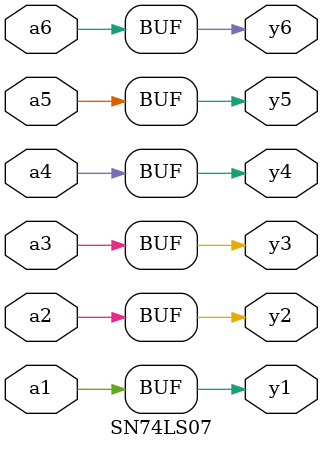
<source format=v>
`timescale 1ns / 1ps

module SN74LS07
(
    input wire a1,
    output wire y1,
    
    input wire a2,
    output wire y2,
    
    input wire a3,
    output wire y3,

    input wire a4,
    output wire y4,
    
    input wire a5,
    output wire y5,
    
    input wire a6,
    output wire y6
);

buf(y1, a1);
buf(y2, a2);
buf(y3, a3);
buf(y4, a4);
buf(y5, a5);
buf(y6, a6);

endmodule

</source>
